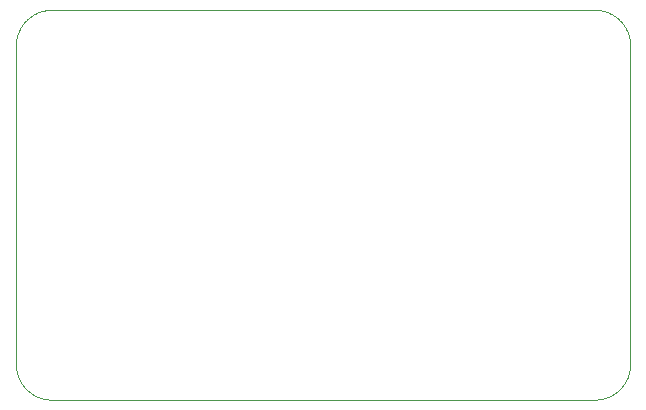
<source format=gbp>
G75*
%MOIN*%
%OFA0B0*%
%FSLAX25Y25*%
%IPPOS*%
%LPD*%
%AMOC8*
5,1,8,0,0,1.08239X$1,22.5*
%
%ADD10C,0.00394*%
D10*
X0032280Y0024681D02*
X0213383Y0024681D01*
X0213668Y0024684D01*
X0213954Y0024695D01*
X0214239Y0024712D01*
X0214523Y0024736D01*
X0214807Y0024767D01*
X0215090Y0024805D01*
X0215371Y0024850D01*
X0215652Y0024901D01*
X0215932Y0024959D01*
X0216210Y0025024D01*
X0216486Y0025096D01*
X0216760Y0025174D01*
X0217033Y0025259D01*
X0217303Y0025351D01*
X0217571Y0025449D01*
X0217837Y0025553D01*
X0218100Y0025664D01*
X0218360Y0025781D01*
X0218618Y0025904D01*
X0218872Y0026034D01*
X0219123Y0026170D01*
X0219371Y0026311D01*
X0219615Y0026459D01*
X0219856Y0026612D01*
X0220092Y0026772D01*
X0220325Y0026937D01*
X0220554Y0027107D01*
X0220779Y0027283D01*
X0220999Y0027465D01*
X0221215Y0027651D01*
X0221426Y0027843D01*
X0221633Y0028040D01*
X0221835Y0028242D01*
X0222032Y0028449D01*
X0222224Y0028660D01*
X0222410Y0028876D01*
X0222592Y0029096D01*
X0222768Y0029321D01*
X0222938Y0029550D01*
X0223103Y0029783D01*
X0223263Y0030019D01*
X0223416Y0030260D01*
X0223564Y0030504D01*
X0223705Y0030752D01*
X0223841Y0031003D01*
X0223971Y0031257D01*
X0224094Y0031515D01*
X0224211Y0031775D01*
X0224322Y0032038D01*
X0224426Y0032304D01*
X0224524Y0032572D01*
X0224616Y0032842D01*
X0224701Y0033115D01*
X0224779Y0033389D01*
X0224851Y0033665D01*
X0224916Y0033943D01*
X0224974Y0034223D01*
X0225025Y0034504D01*
X0225070Y0034785D01*
X0225108Y0035068D01*
X0225139Y0035352D01*
X0225163Y0035636D01*
X0225180Y0035921D01*
X0225191Y0036207D01*
X0225194Y0036492D01*
X0225194Y0142791D01*
X0225191Y0143076D01*
X0225180Y0143362D01*
X0225163Y0143647D01*
X0225139Y0143931D01*
X0225108Y0144215D01*
X0225070Y0144498D01*
X0225025Y0144779D01*
X0224974Y0145060D01*
X0224916Y0145340D01*
X0224851Y0145618D01*
X0224779Y0145894D01*
X0224701Y0146168D01*
X0224616Y0146441D01*
X0224524Y0146711D01*
X0224426Y0146979D01*
X0224322Y0147245D01*
X0224211Y0147508D01*
X0224094Y0147768D01*
X0223971Y0148026D01*
X0223841Y0148280D01*
X0223705Y0148531D01*
X0223564Y0148779D01*
X0223416Y0149023D01*
X0223263Y0149264D01*
X0223103Y0149500D01*
X0222938Y0149733D01*
X0222768Y0149962D01*
X0222592Y0150187D01*
X0222410Y0150407D01*
X0222224Y0150623D01*
X0222032Y0150834D01*
X0221835Y0151041D01*
X0221633Y0151243D01*
X0221426Y0151440D01*
X0221215Y0151632D01*
X0220999Y0151818D01*
X0220779Y0152000D01*
X0220554Y0152176D01*
X0220325Y0152346D01*
X0220092Y0152511D01*
X0219856Y0152671D01*
X0219615Y0152824D01*
X0219371Y0152972D01*
X0219123Y0153113D01*
X0218872Y0153249D01*
X0218618Y0153379D01*
X0218360Y0153502D01*
X0218100Y0153619D01*
X0217837Y0153730D01*
X0217571Y0153834D01*
X0217303Y0153932D01*
X0217033Y0154024D01*
X0216760Y0154109D01*
X0216486Y0154187D01*
X0216210Y0154259D01*
X0215932Y0154324D01*
X0215652Y0154382D01*
X0215371Y0154433D01*
X0215090Y0154478D01*
X0214807Y0154516D01*
X0214523Y0154547D01*
X0214239Y0154571D01*
X0213954Y0154588D01*
X0213668Y0154599D01*
X0213383Y0154602D01*
X0032280Y0154602D01*
X0031995Y0154599D01*
X0031709Y0154588D01*
X0031424Y0154571D01*
X0031140Y0154547D01*
X0030856Y0154516D01*
X0030573Y0154478D01*
X0030292Y0154433D01*
X0030011Y0154382D01*
X0029731Y0154324D01*
X0029453Y0154259D01*
X0029177Y0154187D01*
X0028903Y0154109D01*
X0028630Y0154024D01*
X0028360Y0153932D01*
X0028092Y0153834D01*
X0027826Y0153730D01*
X0027563Y0153619D01*
X0027303Y0153502D01*
X0027045Y0153379D01*
X0026791Y0153249D01*
X0026540Y0153113D01*
X0026292Y0152972D01*
X0026048Y0152824D01*
X0025807Y0152671D01*
X0025571Y0152511D01*
X0025338Y0152346D01*
X0025109Y0152176D01*
X0024884Y0152000D01*
X0024664Y0151818D01*
X0024448Y0151632D01*
X0024237Y0151440D01*
X0024030Y0151243D01*
X0023828Y0151041D01*
X0023631Y0150834D01*
X0023439Y0150623D01*
X0023253Y0150407D01*
X0023071Y0150187D01*
X0022895Y0149962D01*
X0022725Y0149733D01*
X0022560Y0149500D01*
X0022400Y0149264D01*
X0022247Y0149023D01*
X0022099Y0148779D01*
X0021958Y0148531D01*
X0021822Y0148280D01*
X0021692Y0148026D01*
X0021569Y0147768D01*
X0021452Y0147508D01*
X0021341Y0147245D01*
X0021237Y0146979D01*
X0021139Y0146711D01*
X0021047Y0146441D01*
X0020962Y0146168D01*
X0020884Y0145894D01*
X0020812Y0145618D01*
X0020747Y0145340D01*
X0020689Y0145060D01*
X0020638Y0144779D01*
X0020593Y0144498D01*
X0020555Y0144215D01*
X0020524Y0143931D01*
X0020500Y0143647D01*
X0020483Y0143362D01*
X0020472Y0143076D01*
X0020469Y0142791D01*
X0020469Y0036492D01*
X0020472Y0036207D01*
X0020483Y0035921D01*
X0020500Y0035636D01*
X0020524Y0035352D01*
X0020555Y0035068D01*
X0020593Y0034785D01*
X0020638Y0034504D01*
X0020689Y0034223D01*
X0020747Y0033943D01*
X0020812Y0033665D01*
X0020884Y0033389D01*
X0020962Y0033115D01*
X0021047Y0032842D01*
X0021139Y0032572D01*
X0021237Y0032304D01*
X0021341Y0032038D01*
X0021452Y0031775D01*
X0021569Y0031515D01*
X0021692Y0031257D01*
X0021822Y0031003D01*
X0021958Y0030752D01*
X0022099Y0030504D01*
X0022247Y0030260D01*
X0022400Y0030019D01*
X0022560Y0029783D01*
X0022725Y0029550D01*
X0022895Y0029321D01*
X0023071Y0029096D01*
X0023253Y0028876D01*
X0023439Y0028660D01*
X0023631Y0028449D01*
X0023828Y0028242D01*
X0024030Y0028040D01*
X0024237Y0027843D01*
X0024448Y0027651D01*
X0024664Y0027465D01*
X0024884Y0027283D01*
X0025109Y0027107D01*
X0025338Y0026937D01*
X0025571Y0026772D01*
X0025807Y0026612D01*
X0026048Y0026459D01*
X0026292Y0026311D01*
X0026540Y0026170D01*
X0026791Y0026034D01*
X0027045Y0025904D01*
X0027303Y0025781D01*
X0027563Y0025664D01*
X0027826Y0025553D01*
X0028092Y0025449D01*
X0028360Y0025351D01*
X0028630Y0025259D01*
X0028903Y0025174D01*
X0029177Y0025096D01*
X0029453Y0025024D01*
X0029731Y0024959D01*
X0030011Y0024901D01*
X0030292Y0024850D01*
X0030573Y0024805D01*
X0030856Y0024767D01*
X0031140Y0024736D01*
X0031424Y0024712D01*
X0031709Y0024695D01*
X0031995Y0024684D01*
X0032280Y0024681D01*
M02*

</source>
